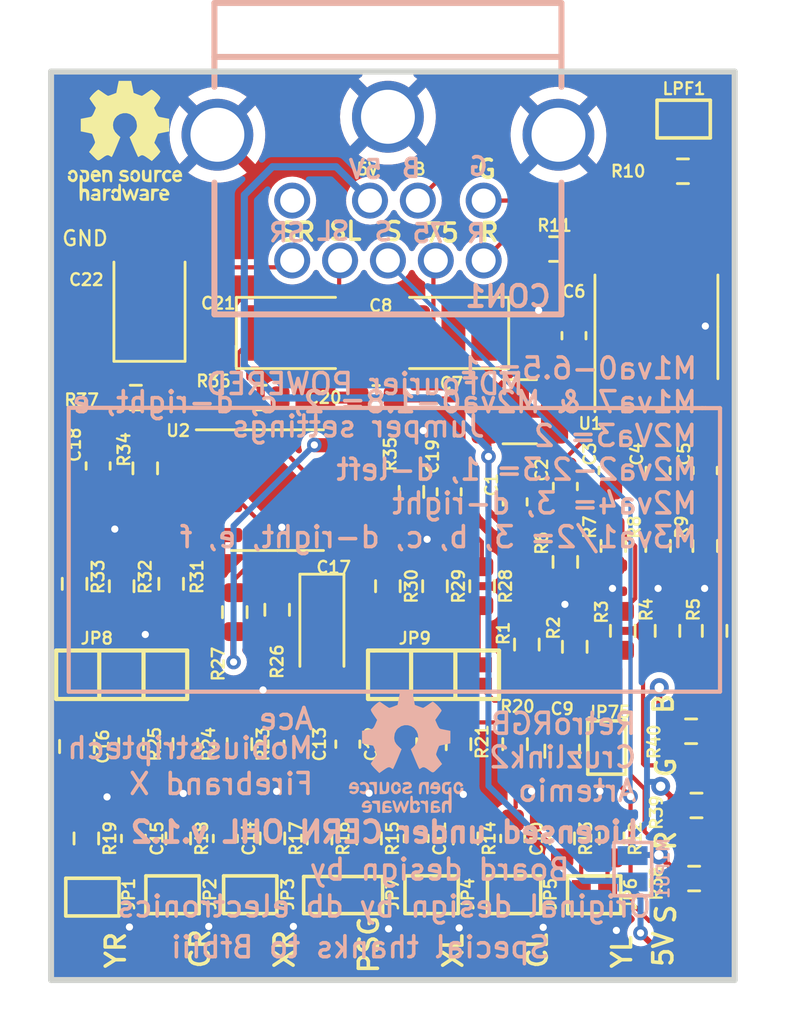
<source format=kicad_pcb>
(kicad_pcb (version 20221018) (generator pcbnew)
  (layers (0 "F.Cu" signal) (31 "B.Cu" signal) (34 "B.Paste" user) (35 "F.Paste" user) (36 "B.SilkS" user "B.Silkscreen") (37 "F.SilkS" user "F.Silkscreen") (38 "B.Mask" user) (39 "F.Mask" user) (44 "Edge.Cuts" user))
  (net 0 "")
  (net 1 "VS")
  (net 2 "GND")
  (net 3 "Net-(C2-Pad1)")
  (net 4 "Net-(C3-Pad1)")
  (net 5 "Net-(C8-Pad1)")
  (net 6 "Net-(C10-Pad2)")
  (net 7 "Net-(C11-Pad2)")
  (net 8 "Net-(C12-Pad2)")
  (net 9 "Net-(C13-Pad2)")
  (net 10 "Net-(C14-Pad2)")
  (net 11 "Net-(C15-Pad2)")
  (net 12 "Net-(U2A-+)")
  (net 13 "Net-(U2A--)")
  (net 14 "Net-(C18-Pad2)")
  (net 15 "Net-(C19-Pad2)")
  (net 16 "Net-(C21-Pad1)")
  (net 17 "Net-(C22-Pad1)")
  (net 18 "Net-(JP1-B)")
  (net 19 "Net-(JP2-B)")
  (net 20 "Net-(JP3-B)")
  (net 21 "Net-(JP4-B)")
  (net 22 "Net-(JP5-B)")
  (net 23 "Net-(JP6-B)")
  (net 24 "Net-(JP7-A)")
  (net 25 "Net-(JP7-B)")
  (net 26 "Net-(JP8-B)")
  (net 27 "Net-(JP9-B)")
  (net 28 "Net-(LPF1-B)")
  (net 29 "Net-(M1PU1-B)")
  (net 32 "Net-(JP9-A)")
  (net 33 "Net-(JP8-A)")
  (net 35 "Net-(JP8-D)")
  (net 36 "Net-(JP8-F)")
  (net 37 "Net-(JP9-D)")
  (net 38 "Net-(JP9-F)")
  (net 39 "Net-(U1-SYNC-IN)")
  (net 40 "Net-(U1-R-IN)")
  (net 41 "Net-(U1-G-IN)")
  (net 42 "Net-(U1-B-IN)")
  (net 43 "Net-(U1-SYNC-OUT)")
  (net 44 "SYNC-75")
  (net 45 "YL")
  (net 46 "CL")
  (net 47 "XL")
  (net 48 "PSG")
  (net 49 "XR")
  (net 50 "CR")
  (net 51 "YR")
  (net 52 "SL")
  (net 53 "SR")
  (net 54 "R-OUT")
  (net 55 "SYNC-TTL")
  (net 56 "G-OUT")
  (net 57 "B-OUT")
  (net 58 "R-IN")
  (net 59 "G-IN")
  (net 60 "B-IN")
  (net 61 "Net-(JP75-B)")
  (net 62 "Net-(U2B--)")
  (net 63 "Net-(C4-Pad1)")
  (net 64 "Net-(C5-Pad1)")
  (footprint "Resistor_SMD:R_0603_1608Metric" (layer "F.Cu") (at 132.8 104 -90)
    (fp_text reference "R26")
    (fp_text value "10.0k")
  )
  (footprint "Resistor_SMD:R_0603_1608Metric" (layer "F.Cu") (at 132.1 95 180)
    (fp_text reference "R36")
    (fp_text value "330")
  )
  (footprint "3BP Pads:Solder Pad" (layer "F.Cu") (at 141.7535 119.2275)
    (fp_text reference "J11" hide)
    (fp_text value "CL" hide)
  )
  (footprint "3BP Pads:Triple Jumper" (layer "F.Cu") (at 126.162 107.2)
    (fp_text reference "JP8")
    (fp_text value "Jumper3x" hide)
  )
  (footprint "Capacitor_SMD:C_0603_1608Metric" (layer "F.Cu") (at 148.970521 98.094214 90)
    (fp_text reference "C4")
    (fp_text value "0.1u/50V")
  )
  (footprint "Resistor_SMD:R_0603_1608Metric" (layer "F.Cu") (at 147 113.7 90)
    (fp_text reference "R12")
    (fp_text value "2.20k")
  )
  (footprint "Capacitor_Tantalum_SMD:CP_EIA-3528-21_Kemet-B" (layer "F.Cu") (at 140.169479 92.258786 180)
    (fp_text reference "C8")
    (fp_text value "220u/6.3V")
  )
  (footprint "3BP Pads:Solder Pad" (layer "F.Cu") (at 151.7275 117.4465 90)
    (fp_text reference "J1" hide)
    (fp_text value "S" hide)
  )
  (footprint "3BP Pads:Jumper Pad 2" (layer "F.Cu") (at 143.2 116.1)
    (fp_text reference "JP5")
    (fp_text value "Jumper" hide)
  )
  (footprint "Capacitor_SMD:C_0603_1608Metric" (layer "F.Cu") (at 142.9 99.425 90)
    (fp_text reference "C1")
    (fp_text value "0.1u/50V")
  )
  (footprint "Resistor_SMD:R_0603_1608Metric" (layer "F.Cu") (at 126.6 109.7 90)
    (fp_text reference "R25")
    (fp_text value "210k")
  )
  (footprint "Resistor_SMD:R_0603_1608Metric" (layer "F.Cu") (at 124.2 102.9 90)
    (fp_text reference "R33")
    (fp_text value "10.0k")
  )
  (footprint "Resistor_SMD:R_0603_1608Metric" (layer "F.Cu") (at 138.2 109.7 90)
    (fp_text reference "R22")
    (fp_text value "210k")
  )
  (footprint "Capacitor_SMD:C_0603_1608Metric" (layer "F.Cu") (at 145.4 92.375 90)
    (fp_text reference "C6")
    (fp_text value "0.1u/50V")
  )
  (footprint "Resistor_SMD:R_0603_1608Metric" (layer "F.Cu") (at 136.7 113.7 90)
    (fp_text reference "R15")
    (fp_text value "2.20k")
  )
  (footprint "Resistor_SMD:R_0603_1608Metric" (layer "F.Cu") (at 145.033521 101.970214 90)
    (fp_text reference "R6")
    (fp_text value "1k")
  )
  (footprint "Resistor_SMD:R_0603_1608Metric" (layer "F.Cu") (at 131.2 109.7 90)
    (fp_text reference "R23")
    (fp_text value "210k")
  )
  (footprint "Resistor_SMD:R_0603_1608Metric" (layer "F.Cu") (at 150.970521 101.294214 90)
    (fp_text reference "R9")
    (fp_text value "1k")
  )
  (footprint "3BP Pads:Jumper Pad 2" (layer "F.Cu") (at 139.7 116.1)
    (fp_text reference "JP4")
    (fp_text value "Jumper" hide)
  )
  (footprint "Resistor_SMD:R_0603_1608Metric" (layer "F.Cu") (at 140.8 113.7 90)
    (fp_text reference "R14")
    (fp_text value "75.0")
  )
  (footprint "Capacitor_SMD:C_0603_1608Metric" (layer "F.Cu") (at 126.7 113.7 90)
    (fp_text reference "C15")
    (fp_text value "1u/16V")
  )
  (footprint "Resistor_SMD:R_0603_1608Metric" (layer "F.Cu") (at 149.370521 104.894214 90)
    (fp_text reference "R4")
    (fp_text value "5.62k")
  )
  (footprint "Capacitor_SMD:C_1210_3225Metric" (layer "F.Cu") (at 143.1 95.6 180)
    (fp_text reference "C7")
    (fp_text value "22u/10V")
  )
  (footprint "Resistor_SMD:R_0603_1608Metric" (layer "F.Cu") (at 126.8 95 180)
    (fp_text reference "R37")
    (fp_text value "330")
  )
  (footprint "Package_SO:TSSOP-14_4.4x5mm_P0.65mm" (layer "F.Cu") (at 148.9 92 90)
    (fp_text reference "U1")
    (fp_text value "THS7374")
  )
  (footprint "3BP Pads:Solder Pad" (layer "F.Cu") (at 151.7 108.1 90)
    (fp_text reference "J4" hide)
    (fp_text value "B" hide)
  )
  (footprint "3BP Pads:Jumper Pad 2" (layer "F.Cu") (at 128.7 116.1)
    (fp_text reference "JP2")
    (fp_text value "Jumper" hide)
  )
  (footprint "3BP Pads:Jumper Pad 2" (layer "F.Cu") (at 132 116.1)
    (fp_text reference "JP3")
    (fp_text value "Jumper" hide)
  )
  (footprint "Resistor_SMD:R_0603_1608Metric" (layer "F.Cu") (at 141.5 103 90)
    (fp_text reference "R28")
    (fp_text value "130k")
  )
  (footprint "Capacitor_SMD:C_0603_1608Metric" (layer "F.Cu") (at 150.970521 98.094214 90)
    (fp_text reference "C5")
    (fp_text value "0.1u/50V")
  )
  (footprint "Capacitor_SMD:C_0603_1608Metric" (layer "F.Cu") (at 140.1 99 90)
    (fp_text reference "C19")
    (fp_text value "150p/50V")
  )
  (footprint "Resistor_SMD:R_0603_1608Metric" (layer "F.Cu") (at 134.6 113.7 90)
    (fp_text reference "R16")
    (fp_text value "750")
  )
  (footprint "Capacitor_SMD:C_0603_1608Metric" (layer "F.Cu") (at 130.6 113.7 90)
    (fp_text reference "C14")
    (fp_text value "1u/16V")
  )
  (footprint "Resistor_SMD:R_0603_1608Metric" (layer "F.Cu") (at 143.4 105.475 90)
    (fp_text reference "R1")
    (fp_text value "2.20k")
  )
  (footprint "3BP Pads:Jumper Pad 3" (layer "F.Cu") (at 135.5 116.1)
    (fp_text reference "JP7")
    (fp_text value "Jumper" hide)
  )
  (footprint "Resistor_SMD:R_0603_1608Metric" (layer "F.Cu") (at 150.6 112.3 180)
    (fp_text reference "R39")
    (fp_text value "5.62k")
  )
  (footprint "3BP Pads:Jumper Pad 2" (layer "F.Cu") (at 146.8 109.5 90)
    (fp_text reference "JP75")
    (fp_text value "Jumper" hide)
  )
  (footprint "easyeda:OSHW-LOGO_5MM" (layer "F.Cu") (at 139.420479 110.051786)
    (fp_text reference "G" hide)
    (fp_text value "LOGO" hide)
  )
  (footprint "3BP Pads:Solder Pad" (layer "F.Cu") (at 127.4535 119.2275)
    (fp_text reference "J7" hide)
    (fp_text value "CR" hide)
  )
  (footprint "Capacitor_SMD:C_0603_1608Metric" (layer "F.Cu") (at 135.8 109.7 90)
    (fp_text reference "C12")
    (fp_text value "1u/16V")
  )
  (footprint "3BP Pads:Triple Jumper" (layer "F.Cu") (at 139.4 107.2)
    (fp_text reference "JP9")
    (fp_text value "Jumper3x" hide)
  )
  (footprint "Resistor_SMD:R_0603_1608Metric" (layer "F.Cu") (at 144.9 113.7 90)
    (fp_text reference "R13")
    (fp_text value "75.0")
  )
  (footprint "3BP Pads:Solder Pad" (layer "F.Cu") (at 145.3 119.2)
    (fp_text reference "J12" hide)
    (fp_text value "YL" hide)
  )
  (footprint "3BP Pads:Jumper Pad 2" (layer "F.Cu") (at 146.6 116.1)
    (fp_text reference "JP6")
    (fp_text value "Jumper" hide)
  )
  (footprint "Capacitor_Tantalum_SMD:CP_EIA-3528-21_Kemet-B" (layer "F.Cu") (at 133.527479 92.258786)
    (fp_text reference "C21")
    (fp_text value "47u/10V")
  )
  (footprint "Resistor_SMD:R_0603_1608Metric" (layer "F.Cu") (at 150.025 85.4)
    (fp_text reference "R10")
    (fp_text value "4.7k")
  )
  (footprint "Capacitor_SMD:C_0603_1608Metric" (layer "F.Cu") (at 125.2 97.9 90)
    (fp_text reference "C18")
    (fp_text value "150p/50V")
  )
  (footprint "Resistor_SMD:R_0603_1608Metric" (layer "F.Cu") (at 124.7 113.7 90)
    (fp_text reference "R19")
    (fp_text value "2.20k")
  )
  (footprint "Capacitor_Tantalum_SMD:CP_EIA-3528-21_Kemet-B" (layer "F.Cu") (at 127.380479 91.001786 90)
    (fp_text reference "C22")
    (fp_text value "47u/10V")
  )
  (footprint "Resistor_SMD:R_0603_1608Metric" (layer "F.Cu") (at 127.2 98 90)
    (fp_text reference "R34")
    (fp_text value "300k")
  )
  (footprint "Resistor_SMD:R_0603_1608Metric" (layer "F.Cu") (at 151.370521 104.894214 90)
    (fp_text reference "R5")
    (fp_text value "5.62k")
  )
  (footprint "Resistor_SMD:R_0603_1608Metric" (layer "F.Cu") (at 140.5 109.7 90)
    (fp_text reference "R21")
    (fp_text value "210k")
  )
  (footprint "Resistor_SMD:R_0603_1608Metric" (layer "F.Cu") (at 142.9 109.7 90)
    (fp_text reference "R20")
    (fp_text value "210k")
  )
  (footprint "3BP Pads:Jumper Pad 2" (layer "F.Cu") (at 125.3 116.2)
    (fp_text reference "JP1")
    (fp_text value "Jumper" hide)
  )
  (footprint "Resistor_SMD:R_0603_1608Metric" (layer "F.Cu") (at 128.3 102.9 90)
    (fp_text reference "R31")
    (fp_text value "130k")
  )
  (footprint "Capacitor_SMD:C_0805_2012Metric" (layer "F.Cu") (at 124.3 109.8 90)
    (fp_text reference "C16")
    (fp_text value "10u/10V")
  )
  (footprint "Resistor_SMD:R_0603_1608Metric" (layer "F.Cu") (at 145.433521 105.570214 90)
    (fp_text reference "R2")
    (fp_text value "5.62k")
  )
  (footprint "Package_SO:SOIC-8_3.9x4.9mm_P1.27mm" (layer "F.Cu") (at 132.816479 98.926786)
    (fp_text reference "U2")
    (fp_text value "TLV9062xD")
  )
  (footprint "Resistor_SMD:R_0603_1608Metric" (layer "F.Cu") (at 128.9 109.7 90)
    (fp_text reference "R24")
    (fp_text value "210k")
  )
  (footprint "Resistor_SMD:R_0603_1608Metric" (layer "F.Cu") (at 137.5 103 90)
    (fp_text reference "R30")
    (fp_text value "10.0k")
  )
  (footprint "3BP Pads:Solder Pad" (layer "F.Cu") (at 134.8535 119.3275)
    (fp_text reference "J9" hide)
    (fp_text value "PSG" hide)
  )
  (footprint "easyeda:OSHW-LOGO_5MM" (layer "F.Cu") (at 125.196479 84.092786)
    (fp_text reference "G" hide)
    (fp_text value "LOGO" hide)
  )
  (footprint "Capacitor_SMD:C_0603_1608Metric" (layer "F.Cu") (at 133.6 109.7 90)
    (fp_text reference "C13")
    (fp_text value "1u/16V")
  )
  (footprint "Capacitor_SMD:C_0603_1608Metric" (layer "F.Cu") (at 146.970521 98.094214 90)
    (fp_text reference "C3")
    (fp_text value "0.1u/50V")
  )
  (footprint "3BP Pads:Jumper Pad 2" (layer "F.Cu") (at 150.4 83.2)
    (fp_text reference "LPF1")
    (fp_text value "Jumper" hide)
  )
  (footprint "3BP Pads:Solder Pad" (layer "F.Cu") (at 151.7275 111.2465 90)
    (fp_text reference "J3" hide)
    (fp_text value "G" hide)
  )
  (footprint "Resistor_SMD:R_0603_1608Metric" (layer "F.Cu") (at 126.2 103 90)
    (fp_text reference "R32")
    (fp_text value "100k")
  )
  (footprint "Resistor_SMD:R_0603_1608Metric" (layer "F.Cu") (at 139.5 103 90)
    (fp_text reference "R29")
    (fp_text value "100k")
  )
  (footprint "3BP Pads:Solder Pad" (layer "F.Cu") (at 151.7 114.3465 90)
    (fp_text reference "J2" hide)
    (fp_text value "R" hide)
  )
  (footprint "Resistor_SMD:R_0603_1608Metric" (layer "F.Cu") (at 128.6 113.7 90)
    (fp_text reference "R18")
    (fp_text value "75.0")
  )
  (footprint "3BP Pads:MD-90SM" (layer "F.Cu") (at 137.629479 86.391786)
    (fp_text reference "CON1")
    (fp_text value "MD-90SM" hide)
  )
  (footprint "Capacitor_SMD:C_0603_1608Metric" (layer "F.Cu") (at 137 95)
    (fp_text reference "C20")
    (fp_text value "0.1u/50V")
  )
  (footprint "Resistor_SMD:R_0603_1608Metric" (layer "F.Cu") (at 147.070521 101.294214 90)
    (fp_text reference "R7")
    (fp_text value "1k")
  )
  (footprint "Resistor_SMD:R_0603_1608Metric" (layer "F.Cu") (at 148.970521 101.294214 90)
    (fp_text reference "R8")
    (fp_text value "1k")
  )
  (footprint "Resistor_SMD:R_0603_1608Metric" (layer "F.Cu") (at 150.3725 109.1535 180)
    (fp_text reference "R40")
    (fp_text value "5.62k")
  )
  (footprint "Resistor_SMD:R_0603_1608Metric" (layer "F.Cu") (at 147.470521 104.894214 90)
    (fp_text reference "R3")
    (fp_text value "5.62k")
  )
  (footprint "Capacitor_SMD:C_0603_1608Metric" (layer "F.Cu") (at 145.033521 98.770214 90)
    (fp_text reference "C2")
    (fp_text value "0.1u/50V")
  )
  (footprint "Capacitor_SMD:C_0805_2012Metric" (layer "F.Cu") (at 144.9 110 90)
    (fp_text reference "C9")
    (fp_text value "10u/10V")
  )
  (footprint "Capacitor_SMD:C_0603_1608Metric" (layer "F.Cu") (at 138.7 113.7 90)
    (fp_text reference "C11")
    (fp_text value "1u/16V")
  )
  (footprint "3BP Pads:Solder Pad" (layer "F.Cu") (at 138.3535 119.2275)
    (fp_text reference "J10" hide)
    (fp_text value "XL" hide)
  )
  (footprint "Resistor_SMD:R_0603_1608Metric" (layer "F.Cu") (at 138.5 99 90)
    (fp_text reference "R35")
    (fp_text value "300k")
  )
  (footprint "Resistor_SMD:R_0603_1608Metric" (layer "F.Cu") (at 131 104.1 90)
    (fp_text reference "R27")
    (fp_text value "10.0k")
  )
  (footprint "Resistor_SMD:R_0603_1608Metric" (layer "F.Cu") (at 132.6 113.7 90)
    (fp_text reference "R17")
    (fp_text value "75.0")
  )
  (footprint "3BP Pads:Solder Pad" (layer "F.Cu") (at 151.7275 119.2465 90)
    (fp_text reference "J5" hide)
    (fp_text value "VS" hide)
  )
  (footprint "Capacitor_Tantalum_SMD:CP_EIA-3216-18_Kemet-A" (layer "F.Cu") (at 134.7 104.8 -90)
    (fp_text reference "C17")
    (fp_text value "10u/10V")
  )
  (footprint "3BP Pads:Solder Pad" (layer "F.Cu") (at 130.9535 119.2275)
    (fp_text reference "J8" hide)
    (fp_text value "XR" hide)
  )
  (footprint "Capacitor_SMD:C_0603_1608Metric" (layer "F.Cu") (at 142.8 113.7 90)
    (fp_text reference "C10")
    (fp_text value "1u/16V")
  )
  (footprint "3BP Pads:Solder Pad" (layer "F.Cu") (at 123.9535 119.2275)
    (fp_text reference "J6" hide)
    (fp_text value "YR" hide)
  )
  (footprint "Resistor_SMD:R_0603_1608Metric" (layer "F.Cu") (at 150.5 115.4 180)
    (fp_text reference "R38")
    (fp_text value "5.62k")
  )
  (footprint "Resistor_SMD:R_0603_1608Metric" (layer "F.Cu") (at 144.6 88.7)
    (fp_text reference "R11")
    (fp_text value "75.0")
  )
  (footprint "3BP Pads:Jumper Pad 2" (layer "B.Cu") (at 147.887 114.657 90)
    (fp_text reference "M1PU1")
    (fp_text value "Jumper" hide)
  )
  (gr_line (start 150.824479 95.446786) (end 150.977479 95.446786) (stroke (width 0.178)) (layer "B.SilkS"))
  (gr_line (start 123.951479 107.473786) (end 123.951479 95.446786) (stroke (width 0.178)) (layer "B.SilkS"))
  (gr_line (start 150.977479 95.446786) (end 151.599479 95.446786) (stroke (width 0.178)) (layer "B.SilkS"))
  (gr_line (start 123.951479 95.433786) (end 150.875479 95.446786) (stroke (width 0.178)) (layer "B.SilkS"))
  (gr_line (start 151.599479 107.473786) (end 123.951479 107.473786) (stroke (width 0.178)) (layer "B.SilkS"))
  (gr_line (start 151.599479 95.446786) (end 151.599479 107.473786) (stroke (width 0.178)) (layer "B.SilkS"))
  (gr_line (start 123.202479 81.171786) (end 152.221479 81.171786) (stroke (width 0.254)) (layer "Edge.Cuts"))
  (gr_line (start 152.221479 119.703786) (end 123.202479 119.703786) (stroke (width 0.254)) (layer "Edge.Cuts"))
  (gr_line (start 123.202479 119.703786) (end 123.202479 81.171786) (stroke (width 0.254)) (layer "Edge.Cuts"))
  (gr_line (start 152.221479 81.171786) (end 152.221479 119.703786) (stroke (width 0.254)) (layer "Edge.Cuts"))
  (gr_text "Jumper settings" (at 141.693479 96.221786) (layer "B.SilkS") (effects (font (size 0.889 0.889) (thickness 0.152)) (justify left mirror)))
  (gr_text "M1va0-6.5= 1\nM1va7 & M2va0-1.8= 2, c, d-right, e\nM2Va3= 2\nM2va2-2.3= 1, d-left\nM2va4= 3, d-right\nM3va1/2= 3, b, c, d-right, e, f" (at 150.710479 97.338786) (layer "B.SilkS") (effects (font (size 0.889 0.889) (thickness 0.152)) (justify left mirror)))
  (gr_text "Ace" (at 134.416479 108.629786) (layer "B.SilkS") (effects (font (size 0.889 0.889) (thickness 0.152)) (justify left mirror)))
  (gr_text "B" (at 138.965479 85.271786) (layer "B.SilkS") (effects (font (size 0.762 0.762) (thickness 0.152)) (justify left mirror)))
  (gr_text "Mobiusstriptech" (at 134.416479 109.865786) (layer "B.SilkS") (effects (font (size 0.889 0.889) (thickness 0.152)) (justify left mirror)))
  (gr_text "Special thanks to Bfbiii" (at 144.454479 118.311786) (layer "B.SilkS") (effects (font (size 0.889 0.889) (thickness 0.152)) (justify left mirror)))
  (gr_text "R" (at 141.734479 88.039786) (layer "B.SilkS") (effects (font (size 0.762 0.762) (thickness 0.152)) (justify left mirror)))
  (gr_text "75" (at 140.111479 88.039786) (layer "B.SilkS") (effects (font (size 0.762 0.762) (thickness 0.152)) (justify left mirror)))
  (gr_text "Board design by" (at 145.300479 115.017786) (layer "B.SilkS") (effects (font (size 0.889 0.889) (thickness 0.152)) (justify left mirror)))
  (gr_text "5V" (at 137.334479 85.322786) (layer "B.SilkS") (effects (font (size 0.762 0.762) (thickness 0.152)) (justify left mirror)))
  (gr_text "Artemio" (at 148.132479 111.676786) (layer "B.SilkS") (effects (font (size 0.889 0.889) (thickness 0.152)) (justify left mirror)))
  (gr_text "RetroRGB" (at 148.132479 108.832786) (layer "B.SilkS") (effects (font (size 0.889 0.889) (thickness 0.152)) (justify left mirror)))
  (gr_text "Original design by db electronics" (at 148.762479 116.583786) (layer "B.SilkS") (effects (font (size 0.889 0.889) (thickness 0.152)) (justify left mirror)))
  (gr_text "SL" (at 135.953479 87.938786) (layer "B.SilkS") (effects (font (size 0.762 0.762) (thickness 0.152)) (justify left mirror)))
  (gr_text "MDFourier POWERED" (at 143.351479 94.422786) (layer "B.SilkS") (effects (font (size 0.889 0.889) (thickness 0.152)) (justify left mirror)))
  (gr_text "Firebrand X" (at 134.416479 111.385786) (layer "B.SilkS") (effects (font (size 0.889 0.889) (thickness 0.152)) (justify left mirror)))
  (gr_text "SR" (at 134.065479 88.001786) (layer "B.SilkS") (effects (font (size 0.762 0.762) (thickness 0.152)) (justify left mirror)))
  (gr_text "Cruzlink2" (at 148.132479 110.254786) (layer "B.SilkS") (effects (font (size 0.889 0.889) (thickness 0.152)) (justify left mirror)))
  (gr_text "G" (at 141.820479 85.195786) (layer "B.SilkS") (effects (font (size 0.762 0.762) (thickness 0.152)) (justify left mirror)))
  (gr_text "S" (at 137.771479 87.963786) (layer "B.SilkS") (effects (font (size 0.762 0.762) (thickness 0.152)) (justify left mirror)))
  (gr_text "Licensed under CERN OHL v.1.2" (at 148.246479 113.429786) (layer "B.SilkS") (effects (font (size 0.889 0.889) (thickness 0.203)) (justify left mirror)))
  (gr_text "R" (at 141.325479 87.989786) (layer "F.SilkS") (effects (font (size 0.762 0.762) (thickness 0.152)) (justify left)))
  (gr_text "SR" (at 132.816479 87.976786) (layer "F.SilkS") (effects (font (size 0.762 0.762) (thickness 0.152)) (justify left)))
  (gr_text "B" (at 138.531479 85.309786) (layer "F.SilkS") (effects (font (size 0.5 0.5) (thickness 0.1) bold) (justify left)))
  (gr_text "GND" (at 123.608479 88.248786) (layer "F.SilkS") (effects (font (size 0.635 0.635) (thickness 0.102)) (justify left)))
  (gr_text "5V" (at 136.118479 85.309786) (layer "F.SilkS") (effects (font (size 0.5 0.5) (thickness 0.1) bold) (justify left)))
  (gr_text "R" (at 149.3 114.3 90) (layer "F.SilkS") (effects (font (size 0.813 0.813) (thickness 0.152)) (justify left)))
  (gr_text "YL" (at 147.434479 119.289786 90) (layer "F.SilkS") (effects (font (size 0.813 0.813) (thickness 0.152)) (justify left)))
  (gr_text "B" (at 149.2 108.5 90) (layer "F.SilkS") (effects (font (size 0.813 0.813) (thickness 0.152)) (justify left)))
  (gr_text "CR" (at 129.526479 119.289786 90) (layer "F.SilkS") (effects (font (size 0.813 0.813) (thickness 0.152)) (justify left)))
  (gr_text "S" (at 137.274479 87.950786) (layer "F.SilkS") (effects (font (size 0.762 0.762) (thickness 0.152)) (justify left)))
  (gr_text "CL" (at 143.852479 119.289786 90) (layer "F.SilkS") (effects (font (size 0.813 0.813) (thickness 0.152)) (justify left)))
  (gr_text "PSG" (at 136.689479 119.5 90) (layer "F.SilkS") (effects (font (size 0.813 0.813) (thickness 0.152)) (justify left)))
  (gr_text "S" (at 149.3 117.4 90) (layer "F.SilkS") (effects (font (size 0.813 0.813) (thickness 0.152)) (justify left)))
  (gr_text "G" (at 141.211479 85.309786) (layer "F.SilkS") (effects (font (size 0.762 0.762) (thickness 0.152)) (justify left)))
  (gr_text "G" (at 149.3 111.2 90) (layer "F.SilkS") (effects (font (size 0.813 0.813) (thickness 0.152)) (justify left)))
  (gr_text "5V" (at 149.186479 119.226786 90) (layer "F.SilkS") (effects (font (size 0.813 0.813) (thickness 0.152)) (justify left)))
  (gr_text "XL" (at 140.270479 119.289786 90) (layer "F.SilkS") (effects (font (size 0.813 0.813) (thickness 0.152)) (justify left)))
  (gr_text "SL" (at 134.924479 87.938786) (layer "F.SilkS") (effects (font (size 0.762 0.762) (thickness 0.152)) (justify left)))
  (gr_text "YR" (at 125.945479 119.289786 90) (layer "F.SilkS") (effects (font (size 0.813 0.813) (thickness 0.152)) (justify left)))
  (gr_text "75" (at 138.950479 88.014786) (layer "F.SilkS") (effects (font (size 0.762 0.762) (thickness 0.152)) (justify left)))
  (gr_text "XR" (at 133.108479 119.289786 90) (layer "F.SilkS") (effects (font (size 0.813 0.813) (thickness 0.152)) (justify left)))
  (segment (start 141.566479 95.573786) (end 141.566479 95.180786) (width 0.254) (layer "F.Cu") (net 1))
  (segment (start 130.936479 106.203786) (end 130.949479 106.216786) (width 0.254) (layer "F.Cu") (net 1))
  (segment (start 141.769479 99.789786) (end 142.275479 100.295786) (width 0.254) (layer "F.Cu") (net 1))
  (segment (start 149.529479 83.457786) (end 149.250479 83.457786) (width 0.178) (layer "F.Cu") (net 1))
  (segment (start 148.225256 117.709625) (end 149.228417 118.712786) (width 0.254) (layer "F.Cu") (net 1))
  (segment (start 141.070479 95.077786) (end 141.566479 95.573786) (width 0.254) (layer "F.Cu") (net 1))
  (segment (start 145.171479 91.575786) (end 145.427479 91.575786) (width 0.254) (layer "F.Cu") (net 1))
  (segment (start 149.529479 84.270786) (end 149.529479 83.457786) (width 0.178) (layer "F.Cu") (net 1))
  (segment (start 138.046479 95.077786) (end 141.070479 95.077786) (width 0.254) (layer "F.Cu") (net 1))
  (segment (start 143.395479 100.701786) (end 143.395479 104.414786) (width 0.254) (layer "F.Cu") (net 1))
  (segment (start 141.769479 97.5) (end 141.769479 95.776786) (width 0.254) (layer "F.Cu") (net 1))
  (segment (start 149.512479 86.877786) (end 149.961479 86.429786) (width 0.178) (layer "F.Cu") (net 1))
  (segment (start 149.961479 86.429786) (end 149.961479 84.702786) (width 0.178) (layer "F.Cu") (net 1))
  (segment (start 138.046479 95.077786) (end 137.807479 95.077786) (width 0.254) (layer "F.Cu") (net 1))
  (segment (start 142.275479 100.295786) (end 142.989479 100.295786) (width 0.254) (layer "F.Cu") (net 1))
  (segment (start 142.989479 100.295786) (end 143.395479 100.701786) (width 0.254) (layer "F.Cu") (net 1))
  (segment (start 149.512479 90.141786) (end 149.512479 88.798786) (width 0.254) (layer "F.Cu") (net 1))
  (segment (start 137.807479 95.077786) (end 135.865479 97.019786) (width 0.254) (layer "F.Cu") (net 1))
  (segment (start 149.961479 84.702786) (end 149.529479 84.270786) (width 0.178) (layer "F.Cu") (net 1))
  (segment (start 141.769479 97.5) (end 141.769479 99.789786) (width 0.254) (layer "F.Cu") (net 1))
  (segment (start 149.512479 88.798786) (end 149.512479 86.877786) (width 0.178) (layer "F.Cu") (net 1))
  (segment (start 134.391479 97.021786) (end 134.378479 97.008786) (width 0.254) (layer "F.Cu") (net 1))
  (segment (start 145.427479 91.575786) (end 148.079479 91.575786) (width 0.254) (layer "F.Cu") (net 1))
  (segment (start 136.219479 97.021786) (end 134.391479 97.021786) (width 0.254) (layer "F.Cu") (net 1))
  (segment (start 130.936479 104.994786) (end 130.936479 106.203786) (width 0.254) (layer "F.Cu") (net 1))
  (segment (start 148.079479 91.575786) (end 149.512479 90.141786) (width 0.254) (layer "F.Cu") (net 1))
  (segment (start 149.228417 118.712786) (end 150.875479 118.712786) (width 0.254) (layer "F.Cu") (net 1))
  (segment (start 141.566479 95.180786) (end 145.171479 91.575786) (width 0.254) (layer "F.Cu") (net 1))
  (segment (start 141.769479 95.776786) (end 141.566479 95.573786) (width 0.254) (layer "F.Cu") (net 1))
  (via (at 141.769479 97.5) (size 0.62) (drill 0.305) (layers "F.Cu" "B.Cu") (net 1))
  (via (at 148.225256 117.709625) (size 0.62) (drill 0.305) (layers "F.Cu" "B.Cu") (net 1))
  (via (at 130.949479 106.216786) (size 0.62) (drill 0.305) (layers "F.Cu" "B.Cu") (net 1))
  (via (at 134.378479 97.008786) (size 0.62) (drill 0.305) (layers "F.Cu" "B.Cu") (net 1))
  (segment (start 148.225256 116.225256) (end 147.5 115.5) (width 0.254) (layer "B.Cu") (net 1))
  (segment (start 148.225256 117.709625) (end 148.225256 116.225256) (width 0.254) (layer "B.Cu") (net 1))
  (segment (start 141.769479 97.5) (end 141.769479 97.173786) (width 0.305) (layer "B.Cu") (net 1))
  (segment (start 135.305479 85.210786) (end 136.740479 86.645786) (width 0.305) (layer "B.Cu") (net 1))
  (segment (start 131.406479 86.404786) (end 132.600479 85.210786) (width 0.305) (layer "B.Cu") (net 1))
  (segment (start 139.610479 95.014786) (end 132.790479 95.014786) (width 0.305) (layer "B.Cu") (net 1))
  (segment (start 147.5 115.5) (end 145.8 115.5) (width 0.254) (layer "B.Cu") (net 1))
  (segment (start 131.406479 93.630786) (end 131.406479 86.404786) (width 0.305) (layer "B.Cu") (net 1))
  (segment (start 141.769479 97.173786) (end 139.610479 95.014786) (width 0.305) (layer "B.Cu") (net 1))
  (segment (start 145.8 115.5) (end 141.769479 111.469479) (width 0.254) (layer "B.Cu") (net 1))
  (segment (start 134.378479 97.008786) (end 130.949479 100.437786) (width 0.254) (layer "B.Cu") (net 1))
  (segment (start 130.949479 100.437786) (end 130.949479 106.216786) (width 0.254) (layer "B.Cu") (net 1))
  (segment (start 132.600479 85.210786) (end 135.305479 85.210786) (width 0.305) (layer "B.Cu") (net 1))
  (segment (start 141.769479 111.469479) (end 141.769479 97.5) (width 0.254) (layer "B.Cu") (net 1))
  (segment (start 132.790479 95.014786) (end 131.406479 93.630786) (width 0.305) (layer "B.Cu") (net 1))
  (segment (start 149.465479 93.699786) (end 149.465479 94.949786) (width 0.25) (layer "F.Cu") (net 2))
  (segment (start 150.539073 91.966786) (end 149.465479 93.04038) (width 0.25) (layer "F.Cu") (net 2))
  (segment (start 149.465479 93.04038) (end 149.465479 93.699786) (width 0.25) (layer "F.Cu") (net 2))
  (segment (start 150.977479 91.966786) (end 150.114479 92.829786) (width 0.25) (layer "F.Cu") (net 2))
  (segment (start 150.114479 92.829786) (end 150.114479 94.949786) (width 0.25) (layer "F.Cu") (net 2))
  (segment (start 150.977479 91.966786) (end 150.539073 91.966786) (width 0.25) (layer "F.Cu") (net 2))
  (via (at 125.907479 100.577786) (size 0.62) (drill 0.305) (layers "F.Cu" "B.Cu") (net 2))
  (via (at 125.577479 111.936786) (size 0.62) (drill 0.305) (layers "F.Cu" "B.Cu") (net 2))
  (via (at 147.035 103.094214) (size 0.62) (drill 0.305) (layers "F.Cu" "B.Cu") (net 2))
  (via (at 150.977479 91.966786) (size 0.62) (drill 0.305) (layers "F.Cu" "B.Cu") (net 2))
  (via (at 132.778479 111.702786) (size 0.62) (drill 0.305) (layers "F.Cu" "B.Cu") (net 2))
  (via (at 132.2 107.4) (size 0.62) (drill 0.305) (layers "F.Cu" "B.Cu") (net 2))
  (via (at 128.815479 111.791786) (size 0.62) (drill 0.305) (layers "F.Cu" "B.Cu") (net 2))
  (via (at 140.525479 117.493786) (size 0.62) (drill 0.305) (layers "F.Cu" "B.Cu") (net 2))
  (via (at 140.703479 111.829786) (size 0.62) (drill 0.305) (layers "F.Cu" "B.Cu") (net 2))
  (via (at 145.016 103.770214) (size 0.62) (drill 0.305) (layers "F.Cu" "B.Cu") (net 2))
  (via (at 139.166479 101.009786) (size 0.62) (drill 0.305) (layers "F.Cu" "B.Cu") (net 2))
  (via (at 143.9 91.3) (size 0.62) (drill 0.305) (layers "F.Cu" "B.Cu") (net 2))
  (via (at 150.946 103.094214) (size 0.62) (drill 0.305) (layers "F.Cu" "B.Cu") (net 2))
  (via (at 127.202479 105.047786) (size 0.62) (drill 0.305) (layers "F.Cu" "B.Cu") (net 2))
  (via (at 144.093479 117.468786) (size 0.62) (drill 0.305) (layers "F.Cu" "B.Cu") (net 2))
  (via (at 129.895479 117.430786) (size 0.62) (drill 0.305) (layers "F.Cu" "B.Cu") (net 2))
  (via (at 148.970521 103.094214) (size 0.62) (drill 0.305) (layers "F.Cu" "B.Cu") (net 2))
  (via (at 126.529479 117.455786) (size 0.62) (drill 0.305) (layers "F.Cu" "B.Cu") (net 2))
  (via (at 139 96.4) (size 0.62) (drill 0.305) (layers "F.Cu" "B.Cu") (net 2))
  (via (at 147.2 117.6) (size 0.62) (drill 0.305) (layers "F.Cu" "B.Cu") (net 2))
  (via (at 136.702479 111.778786) (size 0.62) (drill 0.305) (layers "F.Cu" "B.Cu") (net 2))
  (via (at 146.5 111.7) (size 0.62) (drill 0.305) (layers "F.Cu" "B.Cu") (net 2))
  (via (at 137.528479 117.531786) (size 0.62) (drill 0.305) (layers "F.Cu" "B.Cu") (net 2))
  (via (at 143.6 111.7) (size 0.62) (drill 0.305) (layers "F.Cu" "B.Cu") (net 2))
  (via (at 133.489479 117.430786) (size 0.62) (drill 0.305) (layers "F.Cu" "B.Cu") (net 2))
  (via (at 133 100.5) (size 0.62) (drill 0.305) (layers "F.Cu" "B.Cu") (net 2))
  (segment (start 145.042 101.03) (end 145.042 99.716) (width 0.178) (layer "F.Cu") (net 3))
  (segment (start 146.007 102.158) (end 146.007 104.194) (width 0.178) (layer "F.Cu") (net 3))
  (segment (start 145.042 99.716) (end 145.029 99.704) (width 0.178) (layer "F.Cu") (net 3))
  (segment (start 146.007 101.995) (end 146.007 102.158) (width 0.178) (layer "F.Cu") (net 3))
  (segment (start 145.042 101.03) (end 146.007 101.995) (width 0.178) (layer "F.Cu") (net 3))
  (segment (start 146.007 104.194) (end 145.5 104.7) (width 0.178) (layer "F.Cu") (net 3))
  (segment (start 147.492 104.024) (end 148 103.514) (width 0.178) (layer "F.Cu") (net 4))
  (segment (start 147.052 99.041) (end 147.037 99.026) (width 0.178) (layer "F.Cu") (net 4))
  (segment (start 147.052 100.354) (end 147.052 99.041) (width 0.178) (layer "F.Cu") (net 4))
  (segment (start 148 103.514) (end 148 101.301) (width 0.178) (layer "F.Cu") (net 4))
  (segment (start 148 101.301) (end 147.052 100.354) (width 0.178) (layer "F.Cu") (net 4))
  (segment (start 143.931479 89.716786) (end 143.931479 88.817786) (width 0.178) (layer "F.Cu") (net 5))
  (segment (start 142.084479 91.929786) (end 141.718479 91.929786) (width 0.178) (layer "F.Cu") (net 5))
  (segment (start 141.718479 91.929786) (end 143.931479 89.716786) (width 0.178) (layer "F.Cu") (net 5))
  (segment (start 142.738479 112.553786) (end 142.923479 112.369786) (width 0.178) (layer "F.Cu") (net 6))
  (segment (start 142.923479 112.369786) (end 142.923479 110.676786) (width 0.178) (layer "F.Cu") (net 6))
  (segment (start 140.614479 110.701786) (end 140.614479 110.676786) (width 0.178) (layer "F.Cu") (net 7))
  (segment (start 138.763479 112.553786) (end 140.614479 110.701786) (width 0.178) (layer "F.Cu") (net 7))
  (segment (start 137.904479 110.676786) (end 138.309479 110.676786) (width 0.178) (layer "F.Cu") (net 8))
  (segment (start 136.002479 108.774786) (end 137.904479 110.676786) (width 0.178) (layer "F.Cu") (net 8))
  (segment (start 131.658479 110.676786) (end 131.387479 110.676786) (width 0.178) (layer "F.Cu") (net 9))
  (segment (start 133.695479 108.774786) (end 133.560479 108.774786) (width 0.178) (layer "F.Cu") (net 9))
  (segment (start 133.560479 108.774786) (end 131.658479 110.676786) (width 0.178) (layer "F.Cu") (net 9))
  (segment (start 130.816479 112.551786) (end 129.081479 110.815786) (width 0.178) (layer "F.Cu") (net 10))
  (segment (start 129.081479 110.815786) (end 129.081479 110.676786) (width 0.178) (layer "F.Cu") (net 10))
  (segment (start 126.720479 110.918786) (end 126.477479 110.676786) (width 0.178) (layer "F.Cu") (net 11))
  (segment (start 126.720479 112.553786) (end 126.720479 110.918786) (width 0.178) (layer "F.Cu") (net 11))
  (segment (start 126.844479 112.553786) (end 126.720479 112.553786) (width 0.178) (layer "F.Cu") (net 11))
  (segment (start 130.936479 103.094786) (end 131.000479 103.094786) (width 0.178) (layer "F.Cu") (net 12))
  (segment (start 132 100.2) (end 131.361786 99.561786) (width 0.178) (layer "F.Cu") (net 12))
  (segment (start 136.219479 100.831786) (end 136.219479 102.609786) (width 0.178) (layer "F.Cu") (net 12))
  (segment (start 135.445479 103.383786) (end 134.886479 103.383786) (width 0.178) (layer "F.Cu") (net 12))
  (segment (start 132.626479 103.094786) (end 130.936479 103.094786) (width 0.178) (layer "F.Cu") (net 12))
  (segment (start 131 103.275) (end 131 102.7) (width 0.178) (layer "F.Cu") (net 12))
  (segment (start 132.626479 103.094786) (end 134.597479 103.094786) (width 0.178) (layer "F.Cu") (net 12))
  (segment (start 136.219479 102.609786) (end 135.445479 103.383786) (width 0.178) (layer "F.Cu") (net 12))
  (segment (start 131.361786 99.561786) (end 130.341479 99.561786) (width 0.178) (layer "F.Cu") (net 12))
  (segment (start 134.597479 103.094786) (end 134.886479 103.383786) (width 0.178) (layer "F.Cu") (net 12))
  (segment (start 131 102.7) (end 132 101.7) (width 0.178) (layer "F.Cu") (net 12))
  (segment (start 130.936479 103.094786) (end 130.936479 103.094786) (width 0.178) (layer "F.Cu") (net 12))
  (segment (start 132 101.7) (end 132 100.2) (width 0.178) (layer "F.Cu") (net 12))
  (segment (start 126.772479 108.776786) (end 129.081479 108.776786) (width 0.178) (layer "F.Cu") (net 13))
  (segment (start 127.291479 98.961786) (end 127.961479 98.291786) (width 0.178) (layer "F.Cu") (net 13))
  (segment (start 124.180479 102.065786) (end 124.180479 99.787786) (width 0.178) (layer "F.Cu") (net 13))
  (segment (start 126.186479 102.065786) (end 124.180479 102.065786) (width 0.178) (layer "F.Cu") (net 13))
  (segment (start 129.769479 108.776786) (end 129.769479 103.578786) (width 0.178) (layer "F.Cu") (net 13))
  (segment (start 127.278479 98.974786) (end 127.291479 98.961786) (width 0.178) (layer "F.Cu") (net 13))
  (segment (start 129.769479 103.578786) (end 128.256479 102.065786) (width 0.178) (layer "F.Cu") (net 13))
  (segment (start 128.256479 102.065786) (end 126.186479 102.065786) (width 0.178) (layer "F.Cu") (net 13))
  (segment (start 124.992479 98.974786) (end 127.278479 98.974786) (width 0.178) (layer "F.Cu") (net 13))
  (segment (start 127.961479 98.291786) (end 129.765479 98.291786) (width 0.178) (layer "F.Cu") (net 13))
  (segment (start 131.386479 108.776786) (end 129.081479 108.776786) (width 0.178) (layer "F.Cu") (net 13))
  (segment (start 124.180479 99.787786) (end 124.992479 98.974786) (width 0.178) (layer "F.Cu") (net 13))
  (segment (start 129.727479 95.774786) (end 129.765479 95.830786) (width 0.178) (layer "F.Cu") (net 14))
  (segment (start 127.331479 97.021786) (end 129.765479 97.021786) (width 0.178) (layer "F.Cu") (net 14))
  (segment (start 127.924479 95.116786) (end 129.069479 95.116786) (width 0.178) (layer "F.Cu") (net 14))
  (segment (start 124.992479 97.074786) (end 127.278479 97.074786) (width 0.178) (layer "F.Cu") (net 14))
  (segment (start 129.069479 95.116786) (end 129.727479 95.774786) (width 0.178) (layer "F.Cu") (net 14))
  (segment (start 129.765479 95.830786) (end 129.765479 97.021786) (width 0.178) (layer "F.Cu") (net 14))
  (segment (start 127.291479 97.061786) (end 127.331479 97.021786) (width 0.178) (layer "F.Cu") (net 14))
  (segment (start 127.278479 97.074786) (end 127.291479 97.061786) (width 0.178) (layer "F.Cu") (net 14))
  (segment (start 133.083479 97.262786) (end 133.083479 95.156786) (width 0.178) (layer "F.Cu") (net 15))
  (segment (start 133.083479 95.156786) (end 133.042479 95.116786) (width 0.178) (layer "F.Cu") (net 15))
  (segment (start 136.219479 98.291786) (end 134.111479 98.291786) (width 0.178) (layer "F.Cu") (net 15))
  (segment (start 140.220479 97.976786) (end 140.233479 97.963786) (width 0.178) (layer "F.Cu") (net 15))
  (segment (start 137.990479 98.289786) (end 138.302479 97.976786) (width 0.178) (layer "F.Cu") (net 15))
  (segment (start 138.302479 97.976786) (end 140.220479 97.976786) (width 0.178) (layer "F.Cu") (net 15))
  (segment (start 134.111479 98.291786) (end 133.083479 97.262786) (width 0.178) (layer "F.Cu") (net 15))
  (segment (start 135.865479 98.289786) (end 137.990479 98.289786) (width 0.178) (layer "F.Cu") (net 15))
  (segment (start 131.142479 93.120786) (end 132.003479 92.258786) (width 0.178) (layer "F.Cu") (net 16))
  (segment (start 131.142479 95.116786) (end 131.142479 93.120786) (width 0.178) (layer "F.Cu") (net 16))
  (segment (start 126.024479 93.882786) (end 126.024479 95.116786) (width 0.178) (layer "F.Cu") (net 17))
  (segment (start 127.380479 92.525786) (end 126.024479 93.882786) (width 0.178) (layer "F.Cu") (net 17))
  (segment (start 125.526479 116.223786) (end 125.526479 114.984786) (width 0.178) (layer "F.Cu") (net 18))
  (segment (start 125.526479 114.984786) (end 124.994479 114.453786) (width 0.178) (layer "F.Cu") (net 18))
  (segment (start 128.887479 116.172786) (end 128.887479 114.509786) (width 0.178) (layer "F.Cu") (net 19))
  (segment (start 128.887479 114.509786) (end 128.831479 114.453786) (width 0.178) (layer "F.Cu") (net 19))
  (segment (start 132.249479 116.172786) (end 132.249479 115.008786) (width 0.178) (layer "F.Cu") (net 20))
  (segment (start 132.249479 115.008786) (end 132.804479 114.453786) (width 0.178) (layer "F.Cu") (net 20))
  (segment (start 139.936479 116.147786) (end 139.936479 115.265786) (width 0.178) (layer "F.Cu") (net 21))
  (segment (start 139.936479 115.265786) (end 140.749479 114.453786) (width 0.178) (layer "F.Cu") (net 21))
  (segment (start 143.298479 115.880786) (end 144.725479 114.453786) (width 0.178) (layer "F.Cu") (net 22))
  (segment (start 143.298479 116.147786) (end 143.298479 115.880786) (width 0.178) (layer "F.Cu") (net 22))
  (segment (start 146.824479 116.172786) (end 146.824479 114.580786) (width 0.178) (layer "F.Cu") (net 23))
  (segment (start 146.824479 114.580786) (end 146.709479 114.557786) (width 0.178) (layer "F.Cu") (net 23))
  (segment (start 146.659479 116.172786) (end 146.824479 116.172786) (width 0.178) (layer "F.Cu") (net 23))
  (segment (start 134.594479 116.172786) (end 134.594479 114.650786) (width 0.178) (layer "F.Cu") (net 24))
  (segment (start 134.594479 114.650786) (end 134.792479 114.453786) (width 0.178) (layer "F.Cu") (net 24))
  (segment (start 136.575479 116.172786) (end 136.575479 114.655786) (width 0.178) (layer "F.Cu") (net 25))
  (segment (start 136.575479 114.655786) (end 136.778479 114.453786) (width 0.178) (layer "F.Cu") (net 25))
  (segment (start 124.180479 103.965786) (end 124.180479 106.063786) (width 0.178) (layer "F.Cu") (net 26))
  (segment (start 124.180479 106.063786) (end 124.421479 106.305786) (width 0.178) (layer "F.Cu") (net 26))
  (segment (start 137.642479 104.219786) (end 137.451479 104.028786) (width 0.178) (layer "F.Cu") (net 27))
  (segment (start 137.642479 106.330786) (end 137.642479 104.219786) (width 0.178) (layer "F.Cu") (net 27))
  (segment (start 150.924479 83.582786) (end 150.799479 83.457786) (width 0.178) (layer "F.Cu") (net 28))
  (segment (start 150.850479 85.576786) (end 150.924479 85.502786) (width 0.178) (layer "F.Cu") (net 28))
  (segment (start 150.850479 86.302786) (end 150.850479 85.576786) (width 0.178) (layer "F.Cu") (net 28))
  (segment (start 150.161479 86.990786) (end 150.850479 86.302786) (width 0.178) (layer "F.Cu") (net 28))
  (segment (start 150.924479 85.502786) (end 150.924479 83.582786) (width 0.178) (layer "F.Cu") (net 28))
  (segment (start 150.799479 83.457786) (end 150.570479 83.457786) (width 0.178) (layer "F.Cu") (net 28))
  (segment (start 150.161479 88.798786) (end 150.161479 86.990786) (width 0.178) (layer "F.Cu") (net 28))
  (segment (start 149.079396 111.488399) (end 149.775 112.184003) (width 0.25) (layer "F.Cu") (net 29))
  (segment (start 149 114.4) (end 149.675 115.075) (width 0.25) (layer "F.Cu") (net 29))
  (segment (start 149.022021 107.3) (end 149.022021 108.628021) (width 0.25) (layer "F.Cu") (net 29))
  (segment (start 149.022021 108.628021) (end 149.5475 109.1535) (width 0.25) (layer "F.Cu") (net 29))
  (segment (start 149.675 115.075) (end 149.675 115.4) (width 0.25) (layer "F.Cu") (net 29))
  (via (at 149.079396 111.488399) (size 0.8) (drill 0.4) (layers "F.Cu" "B.Cu") (net 29))
  (via (at 149.022021 107.3) (size 0.8) (drill 0.4) (layers "F.Cu" "B.Cu") (net 29))
  (via (at 149 114.4) (size 0.8) (drill 0.4) (layers "F.Cu" "B.Cu") (net 29))
  (segment (start 148.890997 111.3) (end 148.5 111.3) (width 0.25) (layer "B.Cu") (net 29))
  (segment (start 147.915 114.4) (end 147.887 114.428) (width 0.25) (layer "B.Cu") (net 29))
  (segment (start 148.5 113) (end 148.5 111.3) (width 0.25) (layer "B.Cu") (net 29))
  (segment (start 149.079396 111.488399) (end 148.890997 111.3) (width 0.25) (layer "B.Cu") (net 29))
  (segment (start 149.022021 107.3) (end 148.5 107.822021) (width 0.25) (layer "B.Cu") (net 29))
  (segment (start 147.887 113.613) (end 147.887 114.428) (width 0.25) (layer "B.Cu") (net 29))
  (segment (start 149 114.4) (end 147.915 114.4) (width 0.25) (layer "B.Cu") (net 29))
  (segment (start 148.5 113) (end 147.887 113.613) (width 0.25) (layer "B.Cu") (net 29))
  (segment (start 148.5 107.822021) (end 148.5 111.3) (width 0.25) (layer "B.Cu") (net 29))
  (segment (start 145.363479 108.883786) (end 144.690479 108.883786) (width 0.178) (layer "F.Cu") (net 32))
  (segment (start 137.642479 107.194786) (end 139.496479 107.194786) (width 0.178) (layer "F.Cu") (net 32))
  (segment (start 139.648479 107.181786) (end 141.363479 107.219786) (width 0.178) (layer "F.Cu") (net 32))
  (segment (start 144.690479 108.883786) (end 143.662479 107.854786) (width 0.178) (layer "F.Cu") (net 32))
  (segment (start 143.662479 107.854786) (end 142.011479 107.854786) (width 0.178) (layer "F.Cu") (net 32))
  (segment (start 142.011479 107.854786) (end 141.350479 107.194786) (width 0.178) (layer "F.Cu") (net 32))
  (segment (start 128.066479 107.232786) (end 128.130479 107.168786) (width 0.178) (layer "F.Cu") (net 33))
  (segment (start 126.771479 107.232786) (end 128.066479 107.232786) (width 0.178) (layer "F.Cu") (net 33))
  (segment (start 124.332479 107.257786) (end 124.332479 108.883786) (width 0.178) (layer "F.Cu") (net 33))
  (segment (start 126.212479 107.232786) (end 126.275479 107.168786) (width 0.178) (layer "F.Cu") (net 33))
  (segment (start 124.916479 107.232786) (end 126.212479 107.232786) (width 0.178) (layer "F.Cu") (net 33))
  (segment (start 124.421479 107.168786) (end 124.332479 107.257786) (width 0.178) (layer "F.Cu") (net 33))
  (segment (start 126.186479 106.215786) (end 126.275479 106.305786) (width 0.178) (layer "F.Cu") (net 35))
  (segment (start 126.186479 103.965786) (end 126.186479 106.215786) (width 0.178) (layer "F.Cu") (net 35))
  (segment (start 128.256479 103.965786) (end 128.256479 106.178786) (width 0.178) (layer "F.Cu") (net 36))
  (segment (start 128.256479 106.178786) (end 128.130479 106.305786) (width 0.178) (layer "F.Cu") (net 36))
  (segment (start 139.496479 104.055786) (end 139.470479 104.028786) (width 0.178) (layer "F.Cu") (net 37))
  (segment (start 139.496479 106.330786) (end 139.496479 104.055786) (width 0.178) (layer "F.Cu") (net 37))
  (segment (start 141.350479 104.168786) (end 141.490479 104.028786) (width 0.178) (layer "F.Cu") (net 38))
  (segment (start 141.350479 106.330786) (end 141.350479 104.168786) (width 0.178) (layer "F.Cu") (net 38))
  (segment (start 146.95 95.665) (end 146.95 94.8625) (width 0.178) (layer "F.Cu") (net 39))
  (segment (start 145.003 97.611) (end 146.934 95.681) (width 0.178) (layer "F.Cu") (net 39))
  (segment (start 146.934 95.681) (end 146.95 95.665) (width 0.178) (layer "F.Cu") (net 39))
  (segment (start 147.600479 94.862979) (end 147.6 94.8625) (width 0.178) (layer "F.Cu") (net 40))
  (segment (start 147.600479 96.291786) (end 147.600479 94.862979) (width 0.178) (layer "F.Cu") (net 40))
  (segment (start 146.990479 96.902786) (end 147.547479 96.345786) (width 0.178) (layer "F.Cu") (net 40))
  (segment (start 148.967479 96.915786) (end 148.25 96.198307) (width 0.178) (layer "F.Cu") (net 41))
  (segment (start 148.25 96.198307) (end 148.25 94.8625) (width 0.178) (layer "F.Cu") (net 41))
  (segment (start 150.49 97.09) (end 149.289 95.889) (width 0.178) (layer "F.Cu") (net 42))
  (segment (start 150.984 97.09) (end 150.49 97.09) (width 0.178) (layer "F.Cu") (net 42))
  (segment (start 149.286098 95.889) (end 148.935 95.537902) (width 0.178) (layer "F.Cu") (net 42))
  (segment (start 148.935 95.537902) (end 148.935 94.961) (width 0.178) (layer "F.Cu") (net 42))
  (segment (start 149.289 95.889) (end 149.286098 95.889) (width 0.178) (layer "F.Cu") (net 42))
  (segment (start 145.850479 88.798786) (end 145.831479 88.817786) (width 0.178) (layer "F.Cu") (net 43))
  (segment (start 146.913479 88.798786) (end 145.850479 88.798786) (width 0.178) (layer "F.Cu") (net 43))
  (segment (start 139.534479 89.185786) (end 139.433479 89.286786) (width 0.178) (layer "F.Cu") (net 44))
  (segment (start 139.433479 89.286786) (end 139.433479 92.258786) (width 0.178) (layer "F.Cu") (net 44))
  (segment (start 139.433479 92.258786) (end 138.643479 92.258786) (width 0.178) (layer "F.Cu") (net 44))
  (segment (start 145.846479 118.357786) (end 145.668479 118.179786) (width 0.178) (layer "F.Cu") (net 45))
  (segment (start 145.795479 116.109786) (end 145.706479 116.109786) (width 0.178) (layer "F.Cu") (net 45))
  (segment (start 145.706479 116.109786) (end 145.706479 111.385786) (width 0.178) (layer "F.Cu") (net 45))
  (segment (start 145.706479 111.385786) (end 145.363479 111.042786) (width 0.178) (layer "F.Cu") (net 45))
  (segment (start 145.668479 118.179786) (end 145.668479 116.172786) (width 0.178) (layer "F.Cu") (net 45))
  (segment (start 142.291479 118.357786) (end 142.307479 118.340786) (width 0.178) (layer "F.Cu") (net 46))
  (segment (start 142.307479 116.147786) (end 142.307479 114.884786) (width 0.178) (layer "F.Cu") (net 46))
  (segment (start 142.307479 114.884786) (end 142.738479 114.453786) (width 0.178) (layer "F.Cu") (net 46))
  (segment (start 142.307479 118.340786) (end 142.307479 116.147786) (width 0.178) (layer "F.Cu") (net 46))
  (segment (start 138.735479 118.357786) (end 138.946479 118.146786) (width 0.178) (layer "F.Cu") (net 47))
  (segment (start 138.946479 114.635786) (end 138.763479 114.453786) (width 0.178) (layer "F.Cu") (net 47))
  (segment (start 138.946479 116.147786) (end 138.946479 114.635786) (width 0.178) (layer "F.Cu") (net 47))
  (segment (start 138.946479 118.146786) (end 138.946479 116.147786) (width 0.178) (layer "F.Cu") (net 47))
  (segment (start 135.178479 118.357786) (end 135.584479 117.951786) (width 0.178) (layer "F.Cu") (net 48))
  (segment (start 136.002479 110.674786) (end 133.695479 110.674786) (width 0.178) (layer "F.Cu") (net 48))
  (segment (start 135.648479 116.109786) (end 135.851479 115.906786) (width 0.178) (layer "F.Cu") (net 48))
  (segment (start 135.851479 110.674786) (end 136.001479 110.674786) (width 0.178) (layer "F.Cu") (net 48))
  (segment (start 135.584479 117.951786) (end 135.584479 116.172786) (width 0.178) (layer "F.Cu") (net 48))
  (segment (start 135.851479 115.906786) (end 135.851479 110.674786) (width 0.178) (layer "F.Cu") (net 48))
  (segment (start 131.622479 118.357786) (end 131.258479 117.992786) (width 0.178) (layer "F.Cu") (net 49))
  (segment (start 131.258479 116.172786) (end 131.258479 114.892786) (width 0.178) (layer "F.Cu") (net 49))
  (segment (start 131.258479 117.992786) (end 131.258479 116.172786) (width 0.178) (layer "F.Cu") (net 49))
  (segment (start 131.258479 114.892786) (end 130.816479 114.451786) (width 0.178) (layer "F.Cu") (net 49))
  (segment (start 128.066479 118.357786) (end 127.897479 118.187786) (width 0.178) (layer "F.Cu") (net 50))
  (segment (start 127.897479 116.172786) (end 127.897479 115.505786) (width 0.178) (layer "F.Cu") (net 50))
  (segment (start 127.897479 118.187786) (end 127.897479 116.172786) (width 0.178) (layer "F.Cu") (net 50))
  (segment (start 127.897479 115.505786) (end 126.844479 114.453786) (width 0.178) (layer "F.Cu") (net 50))
  (segment (start 123.8 111.575265) (end 124.332479 111.042786) (width 0.178) (layer "F.Cu") (net 51))
  (segment (start 124.510479 118.357786) (end 124.408479 118.255786) (width 0.178) (layer "F.Cu") (net 51))
  (segment (start 124.408479 115.766786) (end 123.8 115.158307) (width 0.178) (layer "F.Cu") (net 51))
  (segment (start 124.408479 118.255786) (end 124.408479 115.766786) (width 0.178) (layer "F.Cu") (net 51))
  (segment (start 123.8 115.158307) (end 123.8 111.575265) (width 0.178) (layer "F.Cu") (net 51))
  (segment (start 135.432479 89.223786) (end 135.470479 89.185786) (width 0.178) (layer "F.Cu") (net 52))
  (segment (start 135.054479 92.258786) (end 135.432479 92.258786) (width 0.178) (layer "F.Cu") (net 52))
  (segment (start 135.432479 92.258786) (end 135.432479 89.223786) (width 0.178) (layer "F.Cu") (net 52))
  (segment (start 133.148479 89.474786) (end 133.438479 89.185786) (width 0.178) (layer "F.Cu") (net 53))
  (segment (start 127.380479 89.474786) (end 133.148479 89.474786) (width 0.178) (layer "F.Cu") (net 53))
  (segment (start 147.563479 87.765786) (end 146.989479 87.191786) (width 0.178) (layer "F.Cu") (net 54))
  (segment (start 143.559479 87.191786) (end 141.566479 89.185786) (width 0.178) (layer "F.Cu") (net 54))
  (segment (start 147.563479 88.798786) (end 147.563479 87.765786) (width 0.178) (layer "F.Cu") (net 54))
  (segment (start 146.989479 87.191786) (end 143.559479 87.191786) (width 0.178) (layer "F.Cu") (net 54))
  (segment (start 147.8015 116.4015) (end 148.6 117.2) (width 0.178) (layer "F.Cu") (net 55))
  (segment (start 146.8 110.921704) (end 146.8 110.389) (width 0.178) (layer "F.Cu") (net 55))
  (segment (start 147.8015 111.923204) (end 146.8 110.921704) (width 0.178) (layer "F.Cu") (net 55))
  (segment (start 147.8015 111.923204) (end 147.8015 116.4015) (width 0.178) (layer "F.Cu") (net 55))
  (segment (start 147.8015 111.923204) (end 147.623204 111.923204) (width 0.178) (layer "F.Cu") (net 55))
  (segment (start 150.877 117.2) (end 150.9385 117.1385) (width 0.178) (layer "F.Cu") (net 55))
  (segment (start 148.6 117.2) (end 150.877 117.2) (width 0.178) (layer "F.Cu") (net 55))
  (via (at 147.8015 111.923204) (size 0.62) (drill 0.305) (layers "F.Cu" "B.Cu") (net 55))
  (segment (start 147.8 99.559307) (end 137.502479 89.261786) (width 0.178) (layer "B.Cu") (net 55))
  (segment (start 147.8015 111.923204) (end 147.8 111.921704) (width 0.178) (layer "B.Cu") (net 55))
  (segment (start 147.8 111.921704) (end 147.8 99.559307) (width 0.178) (layer "B.Cu") (net 55))
  (segment (start 137.502479 89.261786) (end 137.502479 89.185786) (width 0.178) (layer "B.Cu") (net 55))
  (segment (start 148.213479 87.260786) (end 147.586479 86.632786) (width 0.178) (layer "F.Cu") (net 56))
  (segment (start 147.586479 86.632786) (end 141.566479 86.645786) (width 0.178) (layer "F.Cu") (net 56))
  (segment (start 148.213479 88.798786) (end 148.213479 87.260786) (width 0.178) (layer "F.Cu") (net 56))
  (segment (start 142.481479 85.057786) (end 140.359479 85.057786) (width 0.178) (layer "F.Cu") (net 57))
  (segment (start 148.864479 88.798786) (end 148.864479 87.084786) (width 0.178) (layer "F.Cu") (net 57))
  (segment (start 147.916479 86.137786) (end 143.560479 86.137786) (width 0.178) (layer "F.Cu") (net 57))
  (segment (start 140.359479 85.057786) (end 138.772479 86.645786) (width 0.178) (layer "F.Cu") (net 57))
  (segment (start 148.864479 87.084786) (end 147.916479 86.137786) (width 0.178) (layer "F.Cu") (net 57))
  (segment (start 143.560479 86.137786) (end 142.481479 85.057786) (width 0.178) (layer "F.Cu") (net 57))
  (segment (start 151.3 114.6) (end 150.9385 114.2385) (width 0.25) (layer "F.Cu") (net 58))
  (segment (start 151.3 115.375) (end 151.3 114.6) (width 0.25) (layer "F.Cu") (net 58))
  (segment (start 148.4 113.4) (end 148.4 111.6) (width 0.178) (layer "F.Cu") (net 58))
  (segment (start 147.8 106.048693) (end 147.470521 105.719214) (width 0.178) (layer "F.Cu") (net 58))
  (segment (start 148.7 113.7) (end 148.4 113.4) (width 0.178) (layer "F.Cu") (net 58))
  (segment (start 147.8 111) (end 147.8 106.048693) (width 0.178) (layer "F.Cu") (net 58))
  (segment (start 150.205693 113.7) (end 148.7 113.7) (width 0.178) (layer "F.Cu") (net 58))
  (segment (start 150.850479 114.344786) (end 150.205693 113.7) (width 0.178) (layer "F.Cu") (net 58))
  (segment (start 148.4 111.6) (end 147.8 111) (width 0.178) (layer "F.Cu") (net 58))
  (segment (start 150.176 110.6) (end 148.4 110.6) (width 0.178) (layer "F.Cu") (net 59))
  (segment (start 150.9385 111.3625) (end 150.176 110.6) (width 0.178) (layer "F.Cu") (net 59))
  (segment (start 148.333521 106.756214) (end 149.370521 105.719214) (width 0.178) (layer "F.Cu") (net 59))
  (segment (start 150.925 111.8) (end 150.925 111.376) (width 0.25) (layer "F.Cu") (net 59))
  (segment (start 151.425 112.3) (end 150.925 111.8) (width 0.25) (layer "F.Cu") (net 59))
  (segment (start 148.333521 110.533521) (end 148.333521 106.756214) (width 0.178) (layer "F.Cu") (net 59))
  (segment (start 148.4 110.6) (end 148.333521 110.533521) (width 0.178) (layer "F.Cu") (net 59))
  (segment (start 150.7975 108.7535) (end 150.7975 108.2295) (width 0.25) (layer "F.Cu") (net 60))
  (segment (start 151.1975 109.1535) (end 150.7975 108.7535) (width 0.25) (layer "F.Cu") (net 60))
  (segment (start 151.3 109.5) (end 151.175 109.5) (width 0.25) (layer "F.Cu") (net 60))
  (segment (start 150.811 107.592) (end 150.811 106.278735) (width 0.25) (layer "F.Cu") (net 60))
  (segment (start 150.811 106.278735) (end 151.370521 105.719214) (width 0.25) (layer "F.Cu") (net 60))
  (segment (start 146.8 107.861693) (end 146.8 109.271) (width 0.178) (layer "F.Cu") (net 61))
  (segment (start 145.338307 106.3) (end 145.433521 106.395214) (width 0.178) (layer "F.Cu") (net 61))
  (segment (start 145.238307 106.3) (end 146.8 107.861693) (width 0.178) (layer "F.Cu") (net 61))
  (segment (start 143.4 106.3) (end 145.338307 106.3) (width 0.178) (layer "F.Cu") (net 61))
  (segment (start 136.537479 107.788786) (end 136.537479 103.043786) (width 0.178) (layer "F.Cu") (net 62))
  (segment (start 140.614479 108.776786) (end 142.923479 108.776786) (width 0.178) (layer "F.Cu") (net 62))
  (segment (start 138.309479 108.776786) (end 140.614479 108.776786) (width 0.178) (layer "F.Cu") (net 62))
  (segment (start 140.233479 99.863786) (end 141.490479 101.120786) (width 0.178) (layer "F.Cu") (net 62))
  (segment (start 138.236786 99.561786) (end 138.5 99.825) (width 0.178) (layer "F.Cu") (net 62))
  (segment (start 141.490479 101.120786) (end 141.490479 102.128786) (width 0.178) (layer "F.Cu") (net 62))
  (segment (start 139.470479 102.128786) (end 141.490479 102.128786) (width 0.178) (layer "F.Cu") (net 62))
  (segment (start 138.309479 108.756786) (end 137.502479 108.756786) (width 0.178) (layer "F.Cu") (net 62))
  (segment (start 137.451479 102.128786) (end 139.470479 102.128786) (width 0.178) (layer "F.Cu") (net 62))
  (segment (start 138.315479 99.863786) (end 138.302479 99.876786) (width 0.178) (layer "F.Cu") (net 62))
  (segment (start 135.291479 99.561786) (end 138.236786 99.561786) (width 0.178) (layer "F.Cu") (net 62))
  (segment (start 136.537479 103.043786) (end 137.451479 102.128786) (width 0.178) (layer "F.Cu") (net 62))
  (segment (start 139.737693 99.825) (end 139.943847 99.618846) (width 0.178) (layer "F.Cu") (net 62))
  (segment (start 137.502479 108.756786) (end 136.537479 107.788786) (width 0.178) (layer "F.Cu") (net 62))
  (segment (start 138.5 99.825) (end 139.737693 99.825) (width 0.178) (layer "F.Cu") (net 62))
  (segment (start 149.023 100.354) (end 149.943 101.273) (width 0.178) (layer "F.Cu") (net 63))
  (segment (start 149.023 99.034) (end 149.068 98.99) (width 0.178) (layer "F.Cu") (net 63))
  (segment (start 149.943 101.273) (end 149.943 103.425) (width 0.178) (layer "F.Cu") (net 63))
  (segment (start 149.943 103.425) (end 149.445 103.923) (width 0.178) (layer "F.Cu") (net 63))
  (segment (start 149.023 100.354) (end 149.023 99.034) (width 0.178) (layer "F.Cu") (net 63))
  (segment (start 149.445 103.923) (end 149.445 104.024) (width 0.178) (layer "F.Cu") (net 63))
  (segment (start 150.997 99.002) (end 150.984 98.99) (width 0.178) (layer "F.Cu") (net 64))
  (segment (start 151.924 103.476) (end 151.4 104) (width 0.178) (layer "F.Cu") (net 64))
  (segment (start 151.924 101.281) (end 151.924 103.476) (width 0.178) (layer "F.Cu") (net 64))
  (segment (start 150.997 100.354) (end 150.997 99.002) (width 0.178) (layer "F.Cu") (net 64))
  (segment (start 151.4 104) (end 151.4 104.024) (width 0.178) (layer "F.Cu") (net 64))
  (segment (start 150.997 100.354) (end 151.924 101.281) (width 0.178) (layer "F.Cu") (net 64))
  (zone (net 2) (net_name "GND") (layer "F.Cu") (connect_pads (clearance 0.254)) (min_thickness 0.254) (fill yes (thermal_gap 0.508) (thermal_bridge_width 0.508))
    (polygon (pts (xy 122.072479 120.605786) (xy 121.792479 79.495786) (xy 152.641479 80.587786) (xy 153.034479 120.503786)))
  )
  (zone (net 2) (net_name "GND") (layer "B.Cu") (connect_pads (clearance 0.254)) (min_thickness 0.254) (fill yes (thermal_gap 0.508) (thermal_bridge_width 0.508))
    (polygon (pts (xy 152.590479 80.651786) (xy 152.907479 120.960786) (xy 121.665479 120.884786) (xy 122.478479 80.473786)))
  )
)
</source>
